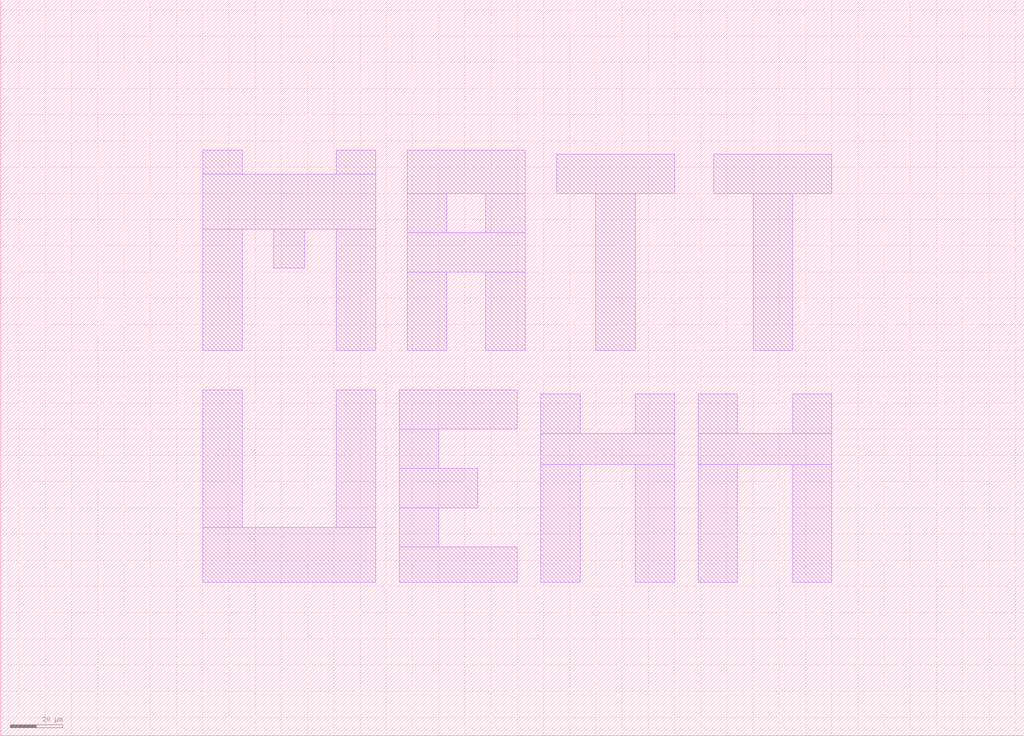
<source format=lef>
VERSION 5.7 ;
  NOWIREEXTENSIONATPIN ON ;
  DIVIDERCHAR "/" ;
  BUSBITCHARS "[]" ;
MACRO LOGO
  CLASS block ;
  FOREIGN LOGO ;
  ORIGIN -462.900 1677.010 ;
  SIZE 390.420 BY 280.970 ;
  SYMMETRY X Y R90 ;
  OBS
      LAYER met4 ;
        RECT 540.000 -1462.560 555.000 -1453.560 ;
        RECT 591.000 -1462.560 606.000 -1453.560 ;
        RECT 540.000 -1483.560 606.000 -1462.560 ;
        RECT 540.000 -1530.000 555.000 -1483.560 ;
        RECT 567.000 -1498.560 579.000 -1483.560 ;
        RECT 591.000 -1530.000 606.000 -1483.560 ;
        RECT 618.000 -1470.000 663.000 -1453.560 ;
        RECT 675.000 -1470.000 720.000 -1455.000 ;
        RECT 735.000 -1470.000 780.000 -1455.000 ;
        RECT 618.000 -1485.000 633.000 -1470.000 ;
        RECT 648.000 -1485.000 663.000 -1470.000 ;
        RECT 618.000 -1500.000 663.000 -1485.000 ;
        RECT 618.000 -1530.000 633.000 -1500.000 ;
        RECT 648.000 -1530.000 663.000 -1500.000 ;
        RECT 690.000 -1530.000 705.000 -1470.000 ;
        RECT 750.000 -1530.000 765.000 -1470.000 ;
        RECT 540.000 -1597.560 555.000 -1545.000 ;
        RECT 591.000 -1597.560 606.000 -1545.000 ;
        RECT 540.000 -1618.560 606.000 -1597.560 ;
        RECT 615.000 -1560.000 660.000 -1545.000 ;
        RECT 615.000 -1575.000 630.000 -1560.000 ;
        RECT 669.000 -1561.560 684.000 -1546.560 ;
        RECT 705.000 -1561.560 720.000 -1546.560 ;
        RECT 669.000 -1573.560 720.000 -1561.560 ;
        RECT 615.000 -1590.000 645.000 -1575.000 ;
        RECT 615.000 -1605.000 630.000 -1590.000 ;
        RECT 615.000 -1618.560 660.000 -1605.000 ;
        RECT 669.000 -1618.560 684.000 -1573.560 ;
        RECT 705.000 -1618.560 720.000 -1573.560 ;
        RECT 729.000 -1561.560 744.000 -1546.560 ;
        RECT 765.000 -1561.560 780.000 -1546.560 ;
        RECT 729.000 -1573.560 780.000 -1561.560 ;
        RECT 729.000 -1618.560 744.000 -1573.560 ;
        RECT 765.000 -1618.560 780.000 -1573.560 ;
  END
END LOGO
END LIBRARY


</source>
